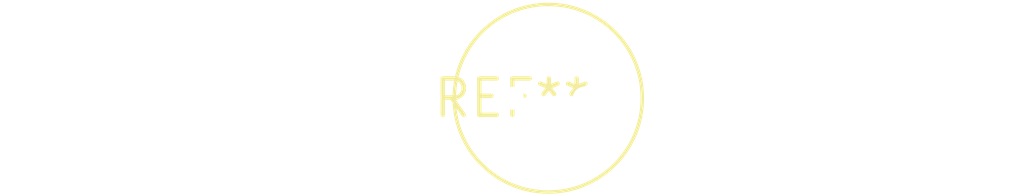
<source format=kicad_pcb>
(kicad_pcb (version 20240108) (generator pcbnew)
  (layers (0 "F.Cu" signal) (31 "B.Cu" signal) (34 "B.Paste" user) (35 "F.Paste" user) (36 "B.SilkS" user "B.Silkscreen") (37 "F.SilkS" user "F.Silkscreen") (38 "B.Mask" user) (39 "F.Mask" user) (44 "Edge.Cuts" user))
  (net 0 "")
  (footprint "C_Radial_D6.3mm_H7.0mm_P2.50mm" (layer "F.Cu") (at 0 0)
    (property "Reference" "REF**")
    (property "Value" "C_Radial_D6.3mm_H7.0mm_P2.50mm")
    (fp_circle (center 1.25 0) (end 4.52 0) (layer "F.SilkS") (stroke (width 0.12)) (fill none))
    (pad "1" thru_hole circle (at 0 0) (size 1.6 1.6) (drill 0.8) (layers *.Cu *.Mask) (remove_unused_layers))
    (pad "2" thru_hole circle (at 2.5 0) (size 1.6 1.6) (drill 0.8) (layers *.Cu *.Mask) (remove_unused_layers))
  )
)
</source>
